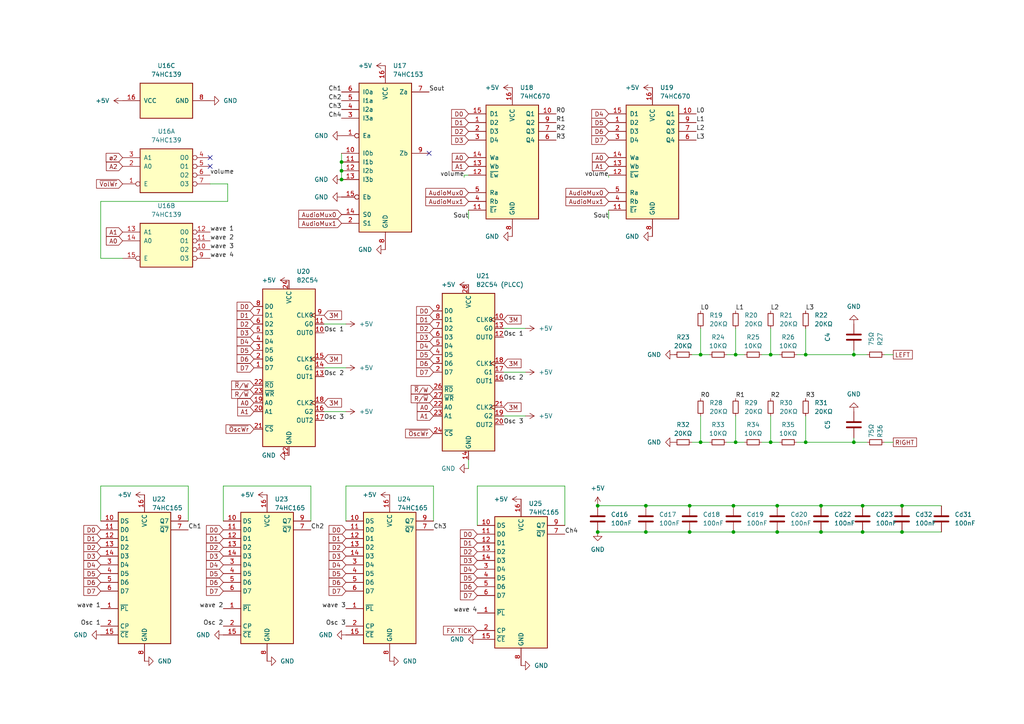
<source format=kicad_sch>
(kicad_sch (version 20231120) (generator "eeschema") (generator_version "8.0")
  (paper "A4")
  (title_block (title "Audio"))
  (lib_symbols
    (symbol "74xx:74HC165"
      (property "Reference" "U" (at -7.62 19.05 0))
      (property "Value" "74HC165" (at -7.62 -21.59 0))
      (symbol "74HC165_1_0"
        (pin input line (at -12.7 -10.16 0) (length 5.08) (name "~{PL}") (number "1"))
        (pin input line (at -12.7 15.24 0) (length 5.08) (name "DS") (number "10"))
        (pin input line (at -12.7 12.7 0) (length 5.08) (name "D0") (number "11"))
        (pin input line (at -12.7 10.16 0) (length 5.08) (name "D1") (number "12"))
        (pin input line (at -12.7 7.62 0) (length 5.08) (name "D2") (number "13"))
        (pin input line (at -12.7 5.08 0) (length 5.08) (name "D3") (number "14"))
        (pin input line (at -12.7 -17.78 0) (length 5.08) (name "~{CE}") (number "15"))
        (pin power_in line (at 0 22.86 270) (length 5.08) (name "VCC") (number "16"))
        (pin input line (at -12.7 -15.24 0) (length 5.08) (name "CP") (number "2"))
        (pin input line (at -12.7 2.54 0) (length 5.08) (name "D4") (number "3"))
        (pin input line (at -12.7 0 0) (length 5.08) (name "D5") (number "4"))
        (pin input line (at -12.7 -2.54 0) (length 5.08) (name "D6") (number "5"))
        (pin input line (at -12.7 -5.08 0) (length 5.08) (name "D7") (number "6"))
        (pin output line (at 12.7 12.7 180) (length 5.08) (name "~{Q7}") (number "7"))
        (pin power_in line (at 0 -25.4 90) (length 5.08) (name "GND") (number "8"))
        (pin output line (at 12.7 15.24 180) (length 5.08) (name "Q7") (number "9"))
      )
      (symbol "74HC165_1_1"
        (rectangle (start -7.62 17.78) (end 7.62 -20.32) (stroke (width 0.254)) (fill (type background)))
      )
    )
    (symbol "74xx:74LS139" (pin_names (offset 1.016))
      (property "Reference" "U" (at -7.62 8.89 0))
      (property "Value" "74LS139" (at -7.62 -8.89 0))
      (symbol "74LS139_1_0"
        (pin input inverted (at -12.7 -5.08 0) (length 5.08) (name "E") (number "1"))
        (pin input line (at -12.7 0 0) (length 5.08) (name "A0") (number "2"))
        (pin input line (at -12.7 2.54 0) (length 5.08) (name "A1") (number "3"))
        (pin output inverted (at 12.7 2.54 180) (length 5.08) (name "O0") (number "4"))
        (pin output inverted (at 12.7 0 180) (length 5.08) (name "O1") (number "5"))
        (pin output inverted (at 12.7 -2.54 180) (length 5.08) (name "O2") (number "6"))
        (pin output inverted (at 12.7 -5.08 180) (length 5.08) (name "O3") (number "7"))
      )
      (symbol "74LS139_1_1"
        (rectangle (start -7.62 5.08) (end 7.62 -7.62) (stroke (width 0.254)) (fill (type background)))
      )
      (symbol "74LS139_2_0"
        (pin output inverted (at 12.7 -2.54 180) (length 5.08) (name "O2") (number "10"))
        (pin output inverted (at 12.7 0 180) (length 5.08) (name "O1") (number "11"))
        (pin output inverted (at 12.7 2.54 180) (length 5.08) (name "O0") (number "12"))
        (pin input line (at -12.7 2.54 0) (length 5.08) (name "A1") (number "13"))
        (pin input line (at -12.7 0 0) (length 5.08) (name "A0") (number "14"))
        (pin input inverted (at -12.7 -5.08 0) (length 5.08) (name "E") (number "15"))
        (pin output inverted (at 12.7 -5.08 180) (length 5.08) (name "O3") (number "9"))
      )
      (symbol "74LS139_2_1"
        (rectangle (start -7.62 5.08) (end 7.62 -7.62) (stroke (width 0.254)) (fill (type background)))
      )
      (symbol "74LS139_3_0"
        (pin power_in line (at 0 12.7 270) (length 5.08) (name "VCC") (number "16"))
        (pin power_in line (at 0 -12.7 90) (length 5.08) (name "GND") (number "8"))
      )
      (symbol "74LS139_3_1"
        (rectangle (start -5.08 7.62) (end 5.08 -7.62) (stroke (width 0.254)) (fill (type background)))
      )
    )
    (symbol "74xx:74LS153" (pin_names (offset 1.016))
      (property "Reference" "U" (at -7.62 21.59 0))
      (property "Value" "74LS153" (at -7.62 -24.13 0))
      (symbol "74LS153_1_0"
        (pin input inverted (at -12.7 5.08 0) (length 5.08) (name "Ea") (number "1"))
        (pin input line (at -12.7 0 0) (length 5.08) (name "I0b") (number "10"))
        (pin input line (at -12.7 -2.54 0) (length 5.08) (name "I1b") (number "11"))
        (pin input line (at -12.7 -5.08 0) (length 5.08) (name "I2b") (number "12"))
        (pin input line (at -12.7 -7.62 0) (length 5.08) (name "I3b") (number "13"))
        (pin input line (at -12.7 -17.78 0) (length 5.08) (name "S0") (number "14"))
        (pin input inverted (at -12.7 -12.7 0) (length 5.08) (name "Eb") (number "15"))
        (pin power_in line (at 0 25.4 270) (length 5.08) (name "VCC") (number "16"))
        (pin input line (at -12.7 -20.32 0) (length 5.08) (name "S1") (number "2"))
        (pin input line (at -12.7 10.16 0) (length 5.08) (name "I3a") (number "3"))
        (pin input line (at -12.7 12.7 0) (length 5.08) (name "I2a") (number "4"))
        (pin input line (at -12.7 15.24 0) (length 5.08) (name "I1a") (number "5"))
        (pin input line (at -12.7 17.78 0) (length 5.08) (name "I0a") (number "6"))
        (pin output line (at 12.7 17.78 180) (length 5.08) (name "Za") (number "7"))
        (pin power_in line (at 0 -27.94 90) (length 5.08) (name "GND") (number "8"))
        (pin output line (at 12.7 0 180) (length 5.08) (name "Zb") (number "9"))
      )
      (symbol "74LS153_1_1"
        (rectangle (start -7.62 20.32) (end 7.62 -22.86) (stroke (width 0.254)) (fill (type background)))
      )
    )
    (symbol "74xx:74LS670" (pin_names (offset 1.016))
      (property "Reference" "U" (at -7.62 16.51 0))
      (property "Value" "74LS670" (at -7.62 -19.05 0))
      (symbol "74LS670_1_0"
        (pin input line (at -12.7 10.16 0) (length 5.08) (name "D2") (number "1"))
        (pin tri_state line (at 12.7 12.7 180) (length 5.08) (name "Q1") (number "10"))
        (pin input line (at -12.7 -15.24 0) (length 5.08) (name "~{Er}") (number "11"))
        (pin input line (at -12.7 -5.08 0) (length 5.08) (name "~{Ew}") (number "12"))
        (pin input line (at -12.7 -2.54 0) (length 5.08) (name "Wb") (number "13"))
        (pin input line (at -12.7 0 0) (length 5.08) (name "Wa") (number "14"))
        (pin input line (at -12.7 12.7 0) (length 5.08) (name "D1") (number "15"))
        (pin power_in line (at 0 20.32 270) (length 5.08) (name "VCC") (number "16"))
        (pin input line (at -12.7 7.62 0) (length 5.08) (name "D3") (number "2"))
        (pin input line (at -12.7 5.08 0) (length 5.08) (name "D4") (number "3"))
        (pin input line (at -12.7 -12.7 0) (length 5.08) (name "Rb") (number "4"))
        (pin input line (at -12.7 -10.16 0) (length 5.08) (name "Ra") (number "5"))
        (pin tri_state line (at 12.7 5.08 180) (length 5.08) (name "Q4") (number "6"))
        (pin tri_state line (at 12.7 7.62 180) (length 5.08) (name "Q3") (number "7"))
        (pin power_in line (at 0 -22.86 90) (length 5.08) (name "GND") (number "8"))
        (pin tri_state line (at 12.7 10.16 180) (length 5.08) (name "Q2") (number "9"))
      )
      (symbol "74LS670_1_1"
        (rectangle (start -7.62 15.24) (end 7.62 -17.78) (stroke (width 0.254)) (fill (type background)))
      )
    )
    (symbol "Device:C" (pin_numbers hide) (pin_names (offset 0.254))
      (property "Reference" "C" (at 0.635 2.54 0))
      (property "Value" "C" (at 0.635 -2.54 0))
      (symbol "C_0_1"
        (polyline (pts (xy -2.032 -0.762) (xy 2.032 -0.762)) (stroke (width 0.508)))
        (polyline (pts (xy -2.032 0.762) (xy 2.032 0.762)) (stroke (width 0.508)))
      )
      (symbol "C_1_1"
        (pin passive line (at 0 3.81 270) (length 2.794) (name "~") (number "1"))
        (pin passive line (at 0 -3.81 90) (length 2.794) (name "~") (number "2"))
      )
    )
    (symbol "Device:R_Small" (pin_numbers hide) (pin_names (offset 0.254) hide)
      (property "Reference" "R" (at 0.762 0.508 0))
      (property "Value" "R_Small" (at 0.762 -1.016 0))
      (symbol "R_Small_0_1"
        (rectangle (start -0.762 1.778) (end 0.762 -1.778) (stroke (width 0.2032)))
      )
      (symbol "R_Small_1_1"
        (pin passive line (at 0 2.54 270) (length 0.762) (name "~") (number "1"))
        (pin passive line (at 0 -2.54 90) (length 0.762) (name "~") (number "2"))
      )
    )
    (symbol "Timer:82C54"
      (property "Reference" "U" (at -5.08 24.13 0))
      (property "Value" "82C54" (at 2.54 24.13 0))
      (symbol "82C54_0_1"
        (rectangle (start -7.62 -22.86) (end 7.62 22.86) (stroke (width 0.254)) (fill (type background)))
      )
      (symbol "82C54_1_1"
        (pin bidirectional line (at -10.16 0 0) (length 2.54) (name "D7") (number "1"))
        (pin output line (at 10.16 10.16 180) (length 2.54) (name "OUT0") (number "10"))
        (pin input line (at 10.16 12.7 180) (length 2.54) (name "G0") (number "11"))
        (pin power_in line (at 0 -25.4 90) (length 2.54) (name "GND") (number "12"))
        (pin output line (at 10.16 -2.54 180) (length 2.54) (name "OUT1") (number "13"))
        (pin input line (at 10.16 0 180) (length 2.54) (name "G1") (number "14"))
        (pin input clock (at 10.16 2.54 180) (length 2.54) (name "CLK1") (number "15"))
        (pin input line (at 10.16 -12.7 180) (length 2.54) (name "G2") (number "16"))
        (pin output line (at 10.16 -15.24 180) (length 2.54) (name "OUT2") (number "17"))
        (pin input clock (at 10.16 -10.16 180) (length 2.54) (name "CLK2") (number "18"))
        (pin input line (at -10.16 -10.16 0) (length 2.54) (name "A0") (number "19"))
        (pin bidirectional line (at -10.16 2.54 0) (length 2.54) (name "D6") (number "2"))
        (pin input line (at -10.16 -12.7 0) (length 2.54) (name "A1") (number "20"))
        (pin input line (at -10.16 -17.78 0) (length 2.54) (name "~{CS}") (number "21"))
        (pin input line (at -10.16 -5.08 0) (length 2.54) (name "~{RD}") (number "22"))
        (pin input line (at -10.16 -7.62 0) (length 2.54) (name "~{WR}") (number "23"))
        (pin power_in line (at 0 25.4 270) (length 2.54) (name "VCC") (number "24"))
        (pin bidirectional line (at -10.16 5.08 0) (length 2.54) (name "D5") (number "3"))
        (pin bidirectional line (at -10.16 7.62 0) (length 2.54) (name "D4") (number "4"))
        (pin bidirectional line (at -10.16 10.16 0) (length 2.54) (name "D3") (number "5"))
        (pin bidirectional line (at -10.16 12.7 0) (length 2.54) (name "D2") (number "6"))
        (pin bidirectional line (at -10.16 15.24 0) (length 2.54) (name "D1") (number "7"))
        (pin bidirectional line (at -10.16 17.78 0) (length 2.54) (name "D0") (number "8"))
        (pin input clock (at 10.16 15.24 180) (length 2.54) (name "CLK0") (number "9"))
      )
    )
    (symbol "Timer:82C54_PLCC"
      (property "Reference" "U" (at -3.81 24.13 0))
      (property "Value" "82C54_PLCC" (at 2.54 24.13 0))
      (symbol "82C54_PLCC_0_1"
        (rectangle (start -7.62 -22.86) (end 7.62 22.86) (stroke (width 0.254)) (fill (type background)))
      )
      (symbol "82C54_PLCC_1_1"
        (pin no_connect line (at -5.08 -22.86 90) (length 2.54) hide (name "NC") (number "1"))
        (pin input clock (at 10.16 15.24 180) (length 2.54) (name "CLK0") (number "10"))
        (pin no_connect line (at -2.54 -22.86 90) (length 2.54) hide (name "NC") (number "11"))
        (pin output line (at 10.16 10.16 180) (length 2.54) (name "OUT0") (number "12"))
        (pin input line (at 10.16 12.7 180) (length 2.54) (name "G0") (number "13"))
        (pin power_in line (at 0 -25.4 90) (length 2.54) (name "GND") (number "14"))
        (pin no_connect line (at 2.54 -22.86 90) (length 2.54) hide (name "NC") (number "15"))
        (pin output line (at 10.16 -2.54 180) (length 2.54) (name "OUT1") (number "16"))
        (pin input line (at 10.16 0 180) (length 2.54) (name "G1") (number "17"))
        (pin input clock (at 10.16 2.54 180) (length 2.54) (name "CLK1") (number "18"))
        (pin input line (at 10.16 -12.7 180) (length 2.54) (name "G2") (number "19"))
        (pin bidirectional line (at -10.16 0 0) (length 2.54) (name "D7") (number "2"))
        (pin output line (at 10.16 -15.24 180) (length 2.54) (name "OUT2") (number "20"))
        (pin input clock (at 10.16 -10.16 180) (length 2.54) (name "CLK2") (number "21"))
        (pin input line (at -10.16 -10.16 0) (length 2.54) (name "A0") (number "22"))
        (pin input line (at -10.16 -12.7 0) (length 2.54) (name "A1") (number "23"))
        (pin input line (at -10.16 -17.78 0) (length 2.54) (name "~{CS}") (number "24"))
        (pin no_connect line (at 5.08 -22.86 90) (length 2.54) hide (name "NC") (number "25"))
        (pin input line (at -10.16 -5.08 0) (length 2.54) (name "~{RD}") (number "26"))
        (pin input line (at -10.16 -7.62 0) (length 2.54) (name "~{WR}") (number "27"))
        (pin power_in line (at 0 25.4 270) (length 2.54) (name "VCC") (number "28"))
        (pin bidirectional line (at -10.16 2.54 0) (length 2.54) (name "D6") (number "3"))
        (pin bidirectional line (at -10.16 5.08 0) (length 2.54) (name "D5") (number "4"))
        (pin bidirectional line (at -10.16 7.62 0) (length 2.54) (name "D4") (number "5"))
        (pin bidirectional line (at -10.16 10.16 0) (length 2.54) (name "D3") (number "6"))
        (pin bidirectional line (at -10.16 12.7 0) (length 2.54) (name "D2") (number "7"))
        (pin bidirectional line (at -10.16 15.24 0) (length 2.54) (name "D1") (number "8"))
        (pin bidirectional line (at -10.16 17.78 0) (length 2.54) (name "D0") (number "9"))
      )
    )
    (symbol "power:+5V" (power) (pin_names (offset 0))
      (property "Value" "+5V" (at 0 3.556 0))
      (symbol "+5V_0_1"
        (polyline (pts (xy -0.762 1.27) (xy 0 2.54)))
        (polyline (pts (xy 0 0) (xy 0 2.54)))
        (polyline (pts (xy 0 2.54) (xy 0.762 1.27)))
      )
      (symbol "+5V_1_1"
        (pin power_in line (at 0 0 90) (length 0) hide (name "+5V") (number "1"))
      )
    )
    (symbol "power:GND" (power) (pin_names (offset 0))
      (property "Value" "GND" (at 0 -3.81 0))
      (symbol "GND_0_1"
        (polyline (pts (xy 0 0) (xy 0 -1.27) (xy 1.27 -1.27) (xy 0 -2.54) (xy -1.27 -1.27) (xy 0 -1.27)))
      )
      (symbol "GND_1_1"
        (pin power_in line (at 0 0 270) (length 0) hide (name "GND") (number "1"))
      )
    )
  )
  (junction (at 250.19 154.305))
  (junction (at 225.425 154.305))
  (junction (at 233.68 128.27))
  (junction (at 225.425 146.685))
  (junction (at 173.355 146.685))
  (junction (at 247.65 128.27))
  (junction (at 212.725 146.685))
  (junction (at 187.325 146.685))
  (junction (at 203.2 128.27))
  (junction (at 213.36 128.27))
  (junction (at 223.52 102.87))
  (junction (at 261.62 146.685))
  (junction (at 200.025 146.685))
  (junction (at 213.36 102.87))
  (junction (at 200.025 154.305))
  (junction (at 173.355 154.305))
  (junction (at 203.2 102.87))
  (junction (at 99.06 49.53))
  (junction (at 238.125 146.685))
  (junction (at 247.65 102.87))
  (junction (at 99.06 52.07))
  (junction (at 223.52 128.27))
  (junction (at 99.06 46.99))
  (junction (at 250.19 146.685))
  (junction (at 238.125 154.305))
  (junction (at 233.68 102.87))
  (junction (at 187.325 154.305))
  (junction (at 212.725 154.305))
  (junction (at 261.62 154.305))
  (no_connect (at 60.96 48.26))
  (no_connect (at 124.46 44.45))
  (no_connect (at 60.96 45.72))
  (wire (pts (xy 220.98 102.87) (xy 223.52 102.87)))
  (wire (pts (xy 152.4 95.25) (xy 146.05 95.25)))
  (wire (pts (xy 203.2 120.65) (xy 203.2 128.27)))
  (wire (pts (xy 173.355 146.685) (xy 187.325 146.685)))
  (wire (pts (xy 100.33 140.97) (xy 100.33 151.13)))
  (wire (pts (xy 233.68 102.87) (xy 247.65 102.87)))
  (wire (pts (xy 238.125 146.685) (xy 250.19 146.685)))
  (wire (pts (xy 200.66 102.87) (xy 203.2 102.87)))
  (wire (pts (xy 247.65 128.27) (xy 247.65 127)))
  (wire (pts (xy 210.82 102.87) (xy 213.36 102.87)))
  (wire (pts (xy 231.14 128.27) (xy 233.68 128.27)))
  (wire (pts (xy 187.325 154.305) (xy 200.025 154.305)))
  (wire (pts (xy 256.54 128.27) (xy 259.08 128.27)))
  (wire (pts (xy 250.19 154.305) (xy 261.62 154.305)))
  (wire (pts (xy 238.125 154.305) (xy 250.19 154.305)))
  (wire (pts (xy 251.46 128.27) (xy 247.65 128.27)))
  (wire (pts (xy 176.53 51.435) (xy 176.53 50.8)))
  (wire (pts (xy 251.46 102.87) (xy 247.65 102.87)))
  (wire (pts (xy 100.33 93.98) (xy 93.98 93.98)))
  (wire (pts (xy 135.89 63.5) (xy 135.89 60.96)))
  (wire (pts (xy 29.21 140.97) (xy 29.21 151.13)))
  (wire (pts (xy 134.62 50.8) (xy 135.89 50.8)))
  (wire (pts (xy 247.65 102.87) (xy 247.65 101.6)))
  (wire (pts (xy 213.36 128.27) (xy 215.9 128.27)))
  (wire (pts (xy 187.325 146.685) (xy 200.025 146.685)))
  (wire (pts (xy 200.025 146.685) (xy 212.725 146.685)))
  (wire (pts (xy 173.355 154.305) (xy 187.325 154.305)))
  (wire (pts (xy 64.77 140.97) (xy 64.77 151.13)))
  (wire (pts (xy 200.025 154.305) (xy 212.725 154.305)))
  (wire (pts (xy 212.725 154.305) (xy 225.425 154.305)))
  (wire (pts (xy 90.17 151.13) (xy 90.17 140.97)))
  (wire (pts (xy 29.21 74.93) (xy 29.21 58.42)))
  (wire (pts (xy 210.82 128.27) (xy 213.36 128.27)))
  (wire (pts (xy 176.53 63.5) (xy 176.53 60.96)))
  (wire (pts (xy 66.04 53.34) (xy 60.96 53.34)))
  (wire (pts (xy 99.06 44.45) (xy 99.06 46.99)))
  (wire (pts (xy 233.68 128.27) (xy 247.65 128.27)))
  (wire (pts (xy 231.14 102.87) (xy 233.68 102.87)))
  (wire (pts (xy 223.52 95.25) (xy 223.52 102.87)))
  (wire (pts (xy 54.61 151.13) (xy 54.61 140.97)))
  (wire (pts (xy 135.89 135.89) (xy 135.89 133.35)))
  (wire (pts (xy 90.17 140.97) (xy 64.77 140.97)))
  (wire (pts (xy 203.2 102.87) (xy 205.74 102.87)))
  (wire (pts (xy 99.06 49.53) (xy 99.06 52.07)))
  (wire (pts (xy 225.425 154.305) (xy 238.125 154.305)))
  (wire (pts (xy 100.33 106.68) (xy 93.98 106.68)))
  (wire (pts (xy 66.04 58.42) (xy 66.04 53.34)))
  (wire (pts (xy 261.62 146.685) (xy 273.05 146.685)))
  (wire (pts (xy 213.36 120.65) (xy 213.36 128.27)))
  (wire (pts (xy 203.2 95.25) (xy 203.2 102.87)))
  (wire (pts (xy 220.98 128.27) (xy 223.52 128.27)))
  (wire (pts (xy 138.43 140.97) (xy 138.43 152.4)))
  (wire (pts (xy 223.52 102.87) (xy 226.06 102.87)))
  (wire (pts (xy 223.52 128.27) (xy 226.06 128.27)))
  (wire (pts (xy 134.62 51.435) (xy 134.62 50.8)))
  (wire (pts (xy 203.2 128.27) (xy 205.74 128.27)))
  (wire (pts (xy 125.73 151.13) (xy 125.73 140.97)))
  (wire (pts (xy 256.54 102.87) (xy 259.08 102.87)))
  (wire (pts (xy 250.19 146.685) (xy 261.62 146.685)))
  (wire (pts (xy 29.21 58.42) (xy 66.04 58.42)))
  (wire (pts (xy 225.425 146.685) (xy 238.125 146.685)))
  (wire (pts (xy 163.83 152.4) (xy 163.83 140.97)))
  (wire (pts (xy 213.36 102.87) (xy 215.9 102.87)))
  (wire (pts (xy 163.83 140.97) (xy 138.43 140.97)))
  (wire (pts (xy 233.68 120.65) (xy 233.68 128.27)))
  (wire (pts (xy 200.66 128.27) (xy 203.2 128.27)))
  (wire (pts (xy 100.33 119.38) (xy 93.98 119.38)))
  (wire (pts (xy 233.68 95.25) (xy 233.68 102.87)))
  (wire (pts (xy 213.36 95.25) (xy 213.36 102.87)))
  (wire (pts (xy 223.52 120.65) (xy 223.52 128.27)))
  (wire (pts (xy 261.62 154.305) (xy 273.05 154.305)))
  (wire (pts (xy 212.725 146.685) (xy 225.425 146.685)))
  (wire (pts (xy 152.4 120.65) (xy 146.05 120.65)))
  (wire (pts (xy 99.06 46.99) (xy 99.06 49.53)))
  (wire (pts (xy 54.61 140.97) (xy 29.21 140.97)))
  (wire (pts (xy 125.73 140.97) (xy 100.33 140.97)))
  (wire (pts (xy 152.4 107.95) (xy 146.05 107.95)))
  (wire (pts (xy 35.56 74.93) (xy 29.21 74.93)))
  (label "Osc 2" (at 93.98 109.22 0))
  (label "R2" (at 161.29 38.1 0))
  (label "Sout" (at 135.89 63.5 180))
  (label "Osc 3" (at 93.98 121.92 0))
  (label "L3" (at 233.68 90.17 0))
  (label "Osc 1" (at 29.21 181.61 180))
  (label "Ch1" (at 99.06 26.67 180))
  (label "Ch4" (at 163.83 154.94 0))
  (label "Sout" (at 176.53 63.5 180))
  (label "R3" (at 233.68 115.57 0))
  (label "Osc 2" (at 146.05 110.49 0))
  (label "wave 1" (at 60.96 67.31 0))
  (label "Sout" (at 124.46 26.67 0))
  (label "Osc 2" (at 64.77 181.61 180))
  (label "L3" (at 201.93 40.64 0))
  (label "wave 1" (at 29.21 176.53 180))
  (label "wave 3" (at 60.96 72.39 0))
  (label "wave 2" (at 60.96 69.85 0))
  (label "wave 3" (at 100.33 176.53 180))
  (label "R3" (at 161.29 40.64 0))
  (label "L2" (at 201.93 38.1 0))
  (label "wave 4" (at 60.96 74.93 0))
  (label "Osc 1" (at 93.98 96.52 0))
  (label "Ch2" (at 99.06 29.21 180))
  (label "Osc 1" (at 146.05 97.79 0))
  (label "volume" (at 60.96 50.8 0))
  (label "Ch2" (at 90.17 153.67 0))
  (label "L1" (at 213.36 90.17 0))
  (label "R1" (at 213.36 115.57 0))
  (label "R1" (at 161.29 35.56 0))
  (label "R0" (at 203.2 115.57 0))
  (label "R0" (at 161.29 33.02 0))
  (label "Ch4" (at 99.06 34.29 180))
  (label "wave 4" (at 138.43 177.8 180))
  (label "wave 2" (at 64.77 176.53 180))
  (label "Ch3" (at 125.73 153.67 0))
  (label "Ch3" (at 99.06 31.75 180))
  (label "volume" (at 176.53 51.435 180))
  (label "Osc 3" (at 100.33 181.61 180))
  (label "Ch1" (at 54.61 153.67 0))
  (label "Osc 3" (at 146.05 123.19 0))
  (label "L2" (at 223.52 90.17 0))
  (label "L0" (at 201.93 33.02 0))
  (label "L1" (at 201.93 35.56 0))
  (label "L0" (at 203.2 90.17 0))
  (label "R2" (at 223.52 115.57 0))
  (label "volume" (at 134.62 51.435 180))
  (global_label "D3" (shape input) (at 64.77 161.29 180) (property "Intersheetrefs" "${INTERSHEET_REFS}" (effects (hide yes))))
  (global_label "D4" (shape input) (at 125.73 100.33 180) (property "Intersheetrefs" "${INTERSHEET_REFS}" (effects (hide yes))))
  (global_label "R{slash}~{W}" (shape input) (at 73.66 114.3 180) (property "Intersheetrefs" "${INTERSHEET_REFS}" (effects (hide yes))))
  (global_label "A0" (shape input) (at 125.73 118.11 180) (property "Intersheetrefs" "${INTERSHEET_REFS}" (effects (hide yes))))
  (global_label "D7" (shape input) (at 29.21 171.45 180) (property "Intersheetrefs" "${INTERSHEET_REFS}" (effects (hide yes))))
  (global_label "D6" (shape input) (at 125.73 105.41 180) (property "Intersheetrefs" "${INTERSHEET_REFS}" (effects (hide yes))))
  (global_label "D4" (shape input) (at 138.43 165.1 180) (property "Intersheetrefs" "${INTERSHEET_REFS}" (effects (hide yes))))
  (global_label "D3" (shape input) (at 125.73 97.79 180) (property "Intersheetrefs" "${INTERSHEET_REFS}" (effects (hide yes))))
  (global_label "D4" (shape input) (at 29.21 163.83 180) (property "Intersheetrefs" "${INTERSHEET_REFS}" (effects (hide yes))))
  (global_label "D0" (shape input) (at 135.89 33.02 180) (property "Intersheetrefs" "${INTERSHEET_REFS}" (effects (hide yes))))
  (global_label "LEFT" (shape passive) (at 259.08 102.87 0) (property "Intersheetrefs" "${INTERSHEET_REFS}" (effects (hide yes))))
  (global_label "A2" (shape input) (at 35.56 48.26 180) (property "Intersheetrefs" "${INTERSHEET_REFS}" (effects (hide yes))))
  (global_label "D5" (shape input) (at 100.33 166.37 180) (property "Intersheetrefs" "${INTERSHEET_REFS}" (effects (hide yes))))
  (global_label "D7" (shape input) (at 64.77 171.45 180) (property "Intersheetrefs" "${INTERSHEET_REFS}" (effects (hide yes))))
  (global_label "AudioMux0" (shape input) (at 176.53 55.88 180) (property "Intersheetrefs" "${INTERSHEET_REFS}" (effects (hide yes))))
  (global_label "D1" (shape input) (at 135.89 35.56 180) (property "Intersheetrefs" "${INTERSHEET_REFS}" (effects (hide yes))))
  (global_label "D6" (shape input) (at 100.33 168.91 180) (property "Intersheetrefs" "${INTERSHEET_REFS}" (effects (hide yes))))
  (global_label "D2" (shape input) (at 29.21 158.75 180) (property "Intersheetrefs" "${INTERSHEET_REFS}" (effects (hide yes))))
  (global_label "A0" (shape input) (at 73.66 116.84 180) (property "Intersheetrefs" "${INTERSHEET_REFS}" (effects (hide yes))))
  (global_label "D7" (shape input) (at 176.53 40.64 180) (property "Intersheetrefs" "${INTERSHEET_REFS}" (effects (hide yes))))
  (global_label "D5" (shape input) (at 176.53 35.56 180) (property "Intersheetrefs" "${INTERSHEET_REFS}" (effects (hide yes))))
  (global_label "D3" (shape input) (at 73.66 96.52 180) (property "Intersheetrefs" "${INTERSHEET_REFS}" (effects (hide yes))))
  (global_label "A1" (shape input) (at 176.53 48.26 180) (property "Intersheetrefs" "${INTERSHEET_REFS}" (effects (hide yes))))
  (global_label "D1" (shape input) (at 73.66 91.44 180) (property "Intersheetrefs" "${INTERSHEET_REFS}" (effects (hide yes))))
  (global_label "D3" (shape input) (at 138.43 162.56 180) (property "Intersheetrefs" "${INTERSHEET_REFS}" (effects (hide yes))))
  (global_label "AudioMux0" (shape input) (at 99.06 62.23 180) (property "Intersheetrefs" "${INTERSHEET_REFS}" (effects (hide yes))))
  (global_label "A0" (shape input) (at 135.89 45.72 180) (property "Intersheetrefs" "${INTERSHEET_REFS}" (effects (hide yes))))
  (global_label "~{OscWr}" (shape input) (at 73.66 124.46 180) (property "Intersheetrefs" "${INTERSHEET_REFS}" (effects (hide yes))))
  (global_label "D7" (shape input) (at 138.43 172.72 180) (property "Intersheetrefs" "${INTERSHEET_REFS}" (effects (hide yes))))
  (global_label "D6" (shape input) (at 176.53 38.1 180) (property "Intersheetrefs" "${INTERSHEET_REFS}" (effects (hide yes))))
  (global_label "AudioMux1" (shape input) (at 135.89 58.42 180) (property "Intersheetrefs" "${INTERSHEET_REFS}" (effects (hide yes))))
  (global_label "D4" (shape input) (at 176.53 33.02 180) (property "Intersheetrefs" "${INTERSHEET_REFS}" (effects (hide yes))))
  (global_label "D6" (shape input) (at 138.43 170.18 180) (property "Intersheetrefs" "${INTERSHEET_REFS}" (effects (hide yes))))
  (global_label "3M" (shape input) (at 146.05 118.11 0) (property "Intersheetrefs" "${INTERSHEET_REFS}" (effects (hide yes))))
  (global_label "D0" (shape input) (at 29.21 153.67 180) (property "Intersheetrefs" "${INTERSHEET_REFS}" (effects (hide yes))))
  (global_label "D5" (shape input) (at 73.66 101.6 180) (property "Intersheetrefs" "${INTERSHEET_REFS}" (effects (hide yes))))
  (global_label "A1" (shape input) (at 125.73 120.65 180) (property "Intersheetrefs" "${INTERSHEET_REFS}" (effects (hide yes))))
  (global_label "3M" (shape input) (at 146.05 105.41 0) (property "Intersheetrefs" "${INTERSHEET_REFS}" (effects (hide yes))))
  (global_label "D1" (shape input) (at 29.21 156.21 180) (property "Intersheetrefs" "${INTERSHEET_REFS}" (effects (hide yes))))
  (global_label "D2" (shape input) (at 125.73 95.25 180) (property "Intersheetrefs" "${INTERSHEET_REFS}" (effects (hide yes))))
  (global_label "A1" (shape input) (at 35.56 67.31 180) (property "Intersheetrefs" "${INTERSHEET_REFS}" (effects (hide yes))))
  (global_label "D2" (shape input) (at 64.77 158.75 180) (property "Intersheetrefs" "${INTERSHEET_REFS}" (effects (hide yes))))
  (global_label "~{VolWr}" (shape input) (at 35.56 53.34 180) (property "Intersheetrefs" "${INTERSHEET_REFS}" (effects (hide yes))))
  (global_label "3M" (shape input) (at 93.98 104.14 0) (property "Intersheetrefs" "${INTERSHEET_REFS}" (effects (hide yes))))
  (global_label "D1" (shape input) (at 125.73 92.71 180) (property "Intersheetrefs" "${INTERSHEET_REFS}" (effects (hide yes))))
  (global_label "R{slash}~{W}" (shape input) (at 125.73 115.57 180) (property "Intersheetrefs" "${INTERSHEET_REFS}" (effects (hide yes))))
  (global_label "D6" (shape input) (at 64.77 168.91 180) (property "Intersheetrefs" "${INTERSHEET_REFS}" (effects (hide yes))))
  (global_label "D3" (shape input) (at 29.21 161.29 180) (property "Intersheetrefs" "${INTERSHEET_REFS}" (effects (hide yes))))
  (global_label "RIGHT" (shape passive) (at 259.08 128.27 0) (property "Intersheetrefs" "${INTERSHEET_REFS}" (effects (hide yes))))
  (global_label "D0" (shape input) (at 138.43 154.94 180) (property "Intersheetrefs" "${INTERSHEET_REFS}" (effects (hide yes))))
  (global_label "AudioMux1" (shape input) (at 176.53 58.42 180) (property "Intersheetrefs" "${INTERSHEET_REFS}" (effects (hide yes))))
  (global_label "D7" (shape input) (at 73.66 106.68 180) (property "Intersheetrefs" "${INTERSHEET_REFS}" (effects (hide yes))))
  (global_label "D2" (shape input) (at 138.43 160.02 180) (property "Intersheetrefs" "${INTERSHEET_REFS}" (effects (hide yes))))
  (global_label "D3" (shape input) (at 135.89 40.64 180) (property "Intersheetrefs" "${INTERSHEET_REFS}" (effects (hide yes))))
  (global_label "D0" (shape input) (at 64.77 153.67 180) (property "Intersheetrefs" "${INTERSHEET_REFS}" (effects (hide yes))))
  (global_label "D6" (shape input) (at 73.66 104.14 180) (property "Intersheetrefs" "${INTERSHEET_REFS}" (effects (hide yes))))
  (global_label "3M" (shape input) (at 93.98 116.84 0) (property "Intersheetrefs" "${INTERSHEET_REFS}" (effects (hide yes))))
  (global_label "D4" (shape input) (at 100.33 163.83 180) (property "Intersheetrefs" "${INTERSHEET_REFS}" (effects (hide yes))))
  (global_label "A1" (shape input) (at 135.89 48.26 180) (property "Intersheetrefs" "${INTERSHEET_REFS}" (effects (hide yes))))
  (global_label "~{R}{slash}W" (shape input) (at 73.66 111.76 180) (property "Intersheetrefs" "${INTERSHEET_REFS}" (effects (hide yes))))
  (global_label "D0" (shape input) (at 125.73 90.17 180) (property "Intersheetrefs" "${INTERSHEET_REFS}" (effects (hide yes))))
  (global_label "AudioMux0" (shape input) (at 135.89 55.88 180) (property "Intersheetrefs" "${INTERSHEET_REFS}" (effects (hide yes))))
  (global_label "D2" (shape input) (at 135.89 38.1 180) (property "Intersheetrefs" "${INTERSHEET_REFS}" (effects (hide yes))))
  (global_label "D6" (shape input) (at 29.21 168.91 180) (property "Intersheetrefs" "${INTERSHEET_REFS}" (effects (hide yes))))
  (global_label "D1" (shape input) (at 100.33 156.21 180) (property "Intersheetrefs" "${INTERSHEET_REFS}" (effects (hide yes))))
  (global_label "D5" (shape input) (at 125.73 102.87 180) (property "Intersheetrefs" "${INTERSHEET_REFS}" (effects (hide yes))))
  (global_label "FX TICK" (shape input) (at 138.43 182.88 180) (property "Intersheetrefs" "${INTERSHEET_REFS}" (effects (hide yes))))
  (global_label "D4" (shape input) (at 73.66 99.06 180) (property "Intersheetrefs" "${INTERSHEET_REFS}" (effects (hide yes))))
  (global_label "3M" (shape input) (at 93.98 91.44 0) (property "Intersheetrefs" "${INTERSHEET_REFS}" (effects (hide yes))))
  (global_label "D4" (shape input) (at 64.77 163.83 180) (property "Intersheetrefs" "${INTERSHEET_REFS}" (effects (hide yes))))
  (global_label "~{OscWr}" (shape input) (at 125.73 125.73 180) (property "Intersheetrefs" "${INTERSHEET_REFS}" (effects (hide yes))))
  (global_label "D2" (shape input) (at 100.33 158.75 180) (property "Intersheetrefs" "${INTERSHEET_REFS}" (effects (hide yes))))
  (global_label "D5" (shape input) (at 29.21 166.37 180) (property "Intersheetrefs" "${INTERSHEET_REFS}" (effects (hide yes))))
  (global_label "A0" (shape input) (at 176.53 45.72 180) (property "Intersheetrefs" "${INTERSHEET_REFS}" (effects (hide yes))))
  (global_label "D3" (shape input) (at 100.33 161.29 180) (property "Intersheetrefs" "${INTERSHEET_REFS}" (effects (hide yes))))
  (global_label "D7" (shape input) (at 100.33 171.45 180) (property "Intersheetrefs" "${INTERSHEET_REFS}" (effects (hide yes))))
  (global_label "D1" (shape input) (at 64.77 156.21 180) (property "Intersheetrefs" "${INTERSHEET_REFS}" (effects (hide yes))))
  (global_label "D0" (shape input) (at 100.33 153.67 180) (property "Intersheetrefs" "${INTERSHEET_REFS}" (effects (hide yes))))
  (global_label "~{R}{slash}W" (shape input) (at 125.73 113.03 180) (property "Intersheetrefs" "${INTERSHEET_REFS}" (effects (hide yes))))
  (global_label "D5" (shape input) (at 138.43 167.64 180) (property "Intersheetrefs" "${INTERSHEET_REFS}" (effects (hide yes))))
  (global_label "D0" (shape input) (at 73.66 88.9 180) (property "Intersheetrefs" "${INTERSHEET_REFS}" (effects (hide yes))))
  (global_label "AudioMux1" (shape input) (at 99.06 64.77 180) (property "Intersheetrefs" "${INTERSHEET_REFS}" (effects (hide yes))))
  (global_label "A1" (shape input) (at 73.66 119.38 180) (property "Intersheetrefs" "${INTERSHEET_REFS}" (effects (hide yes))))
  (global_label "3M" (shape input) (at 146.05 92.71 0) (property "Intersheetrefs" "${INTERSHEET_REFS}" (effects (hide yes))))
  (global_label "D1" (shape input) (at 138.43 157.48 180) (property "Intersheetrefs" "${INTERSHEET_REFS}" (effects (hide yes))))
  (global_label "ø2" (shape input) (at 35.56 45.72 180) (property "Intersheetrefs" "${INTERSHEET_REFS}" (effects (hide yes))))
  (global_label "A0" (shape input) (at 35.56 69.85 180) (property "Intersheetrefs" "${INTERSHEET_REFS}" (effects (hide yes))))
  (global_label "D7" (shape input) (at 125.73 107.95 180) (property "Intersheetrefs" "${INTERSHEET_REFS}" (effects (hide yes))))
  (global_label "D2" (shape input) (at 73.66 93.98 180) (property "Intersheetrefs" "${INTERSHEET_REFS}" (effects (hide yes))))
  (global_label "D5" (shape input) (at 64.77 166.37 180) (property "Intersheetrefs" "${INTERSHEET_REFS}" (effects (hide yes))))
  (symbol (lib_id "Device:R_Small") (at 254 128.27 270) (mirror x) (unit 1)
    (property "Reference" "R36" (at 255.27 127 0) (effects (justify left)))
    (property "Value" "75Ω" (at 252.73 127 0) (effects (justify left)))
    (property "Footprint" "SMAL:RESISTOR VERT_WIDE" (effects (hide yes)))
  )
  (symbol (lib_id "power:+5V") (at 35.56 29.21 90) (unit 1)
    (property "Reference" "#PWR076" (effects (hide yes)))
    (property "Value" "+5V" (at 31.75 29.21 90) (effects (justify left)))
  )
  (symbol (lib_id "74xx:74HC165") (at 41.91 166.37 0) (unit 1)
    (property "Reference" "U22" (at 44.1041 144.78 0) (effects (justify left)))
    (property "Value" "74HC165" (at 44.1041 147.32 0) (effects (justify left)))
    (property "Footprint" "PCM_Package_DIP_AKL:DIP-16_W7.62mm_Socket_LongPads" (effects (hide yes)))
    (property "Datasheet" "https://assets.nexperia.com/documents/data-sheet/74HC_HCT165.pdf" (effects (hide yes)))
  )
  (symbol (lib_id "power:+5V") (at 111.76 19.05 90) (unit 1)
    (property "Reference" "#PWR073" (effects (hide yes)))
    (property "Value" "+5V" (at 107.95 19.05 90) (effects (justify left)))
  )
  (symbol (lib_id "power:GND") (at 138.43 185.42 270) (unit 1)
    (property "Reference" "#PWR0107" (effects (hide yes)))
    (property "Value" "GND" (at 134.62 185.42 90) (effects (justify right)))
  )
  (symbol (lib_id "Device:R_Small") (at 198.12 102.87 90) (unit 1)
    (property "Reference" "R23" (at 198.12 97.79 90))
    (property "Value" "20KΩ" (at 198.12 100.33 90))
    (property "Footprint" "SMAL:RESISTOR VERT_WIDE" (effects (hide yes)))
  )
  (symbol (lib_id "power:+5V") (at 41.91 143.51 90) (unit 1)
    (property "Reference" "#PWR098" (effects (hide yes)))
    (property "Value" "+5V" (at 38.1 143.51 90) (effects (justify left)))
  )
  (symbol (lib_id "Device:R_Small") (at 203.2 92.71 180) (unit 1)
    (property "Reference" "R19" (at 205.74 91.44 0) (effects (justify right)))
    (property "Value" "20KΩ" (at 205.74 93.98 0) (effects (justify right)))
    (property "Footprint" "SMAL:RESISTOR VERT_WIDE" (effects (hide yes)))
  )
  (symbol (lib_id "power:GND") (at 113.03 191.77 90) (unit 1)
    (property "Reference" "#PWR0110" (effects (hide yes)))
    (property "Value" "GND" (at 116.84 191.77 90) (effects (justify right)))
  )
  (symbol (lib_id "power:GND") (at 99.06 52.07 270) (unit 1)
    (property "Reference" "#PWR079" (effects (hide yes)))
    (property "Value" "GND" (at 95.25 52.07 90) (effects (justify right)))
  )
  (symbol (lib_id "power:GND") (at 247.65 93.98 180) (unit 1)
    (property "Reference" "#PWR087" (effects (hide yes)))
    (property "Value" "GND" (at 247.65 88.9 0))
  )
  (symbol (lib_id "Timer:82C54_PLCC") (at 135.89 107.95 0) (unit 1)
    (property "Reference" "U21" (at 138.0841 80.01 0) (effects (justify left)))
    (property "Value" "82C54 (PLCC)" (at 138.0841 82.55 0) (effects (justify left)))
    (property "Footprint" "Package_LCC:PLCC-28_THT-Socket" (effects (hide yes)))
    (property "Datasheet" "http://download.intel.com/design/archives/periphrl/docs/23124406.pdf" (effects (hide yes)))
  )
  (symbol (lib_id "power:GND") (at 29.21 184.15 270) (unit 1)
    (property "Reference" "#PWR0104" (effects (hide yes)))
    (property "Value" "GND" (at 25.4 184.15 90) (effects (justify right)))
  )
  (symbol (lib_id "74xx:74LS153") (at 111.76 44.45 0) (unit 1)
    (property "Reference" "U17" (at 113.9541 19.05 0) (effects (justify left)))
    (property "Value" "74HC153" (at 113.9541 21.59 0) (effects (justify left)))
    (property "Footprint" "PCM_Package_DIP_AKL:DIP-16_W7.62mm_Socket_LongPads" (effects (hide yes)))
    (property "Datasheet" "http://www.ti.com/lit/gpn/sn74LS153" (effects (hide yes)))
  )
  (symbol (lib_id "power:GND") (at 41.91 191.77 90) (unit 1)
    (property "Reference" "#PWR0108" (effects (hide yes)))
    (property "Value" "GND" (at 45.72 191.77 90) (effects (justify right)))
  )
  (symbol (lib_id "Device:R_Small") (at 213.36 92.71 180) (unit 1)
    (property "Reference" "R20" (at 215.9 91.44 0) (effects (justify right)))
    (property "Value" "20KΩ" (at 215.9 93.98 0) (effects (justify right)))
    (property "Footprint" "SMAL:RESISTOR VERT_WIDE" (effects (hide yes)))
  )
  (symbol (lib_id "power:GND") (at 100.33 184.15 270) (mirror x) (unit 1)
    (property "Reference" "#PWR0106" (effects (hide yes)))
    (property "Value" "GND" (at 96.52 184.15 90) (effects (justify right)))
  )
  (symbol (lib_id "power:+5V") (at 152.4 107.95 270) (unit 1)
    (property "Reference" "#PWR091" (effects (hide yes)))
    (property "Value" "+5V" (at 156.21 107.95 90) (effects (justify left)))
  )
  (symbol (lib_id "Device:C") (at 247.65 97.79 0) (unit 1)
    (property "Reference" "C4" (at 240.03 97.79 90))
    (property "Value" "100nF" (effects (hide yes)))
    (property "Footprint" "Capacitor_THT:C_Disc_D3.0mm_W1.6mm_P2.50mm" (effects (hide yes)))
  )
  (symbol (lib_id "power:GND") (at 148.59 68.58 270) (unit 1)
    (property "Reference" "#PWR081" (effects (hide yes)))
    (property "Value" "GND" (at 144.78 68.58 90) (effects (justify right)))
  )
  (symbol (lib_id "Device:C") (at 261.62 150.495 0) (unit 1)
    (property "Reference" "Cd32" (at 265.43 149.225 0) (effects (justify left)))
    (property "Value" "100nF" (at 265.43 151.765 0) (effects (justify left)))
    (property "Footprint" "Capacitor_THT:C_Disc_D3.0mm_W1.6mm_P2.50mm" (effects (hide yes)))
  )
  (symbol (lib_id "power:GND") (at 77.47 191.77 90) (unit 1)
    (property "Reference" "#PWR0109" (effects (hide yes)))
    (property "Value" "GND" (at 81.28 191.77 90) (effects (justify right)))
  )
  (symbol (lib_id "74xx:74LS670") (at 148.59 45.72 0) (unit 1)
    (property "Reference" "U18" (at 150.7841 25.4 0) (effects (justify left)))
    (property "Value" "74HC670" (at 150.7841 27.94 0) (effects (justify left)))
    (property "Footprint" "PCM_Package_DIP_AKL:DIP-16_W7.62mm_Socket_LongPads" (effects (hide yes)))
    (property "Datasheet" "http://www.ti.com/lit/gpn/sn74LS670" (effects (hide yes)))
  )
  (symbol (lib_id "74xx:74LS139") (at 48.26 29.21 90) (unit 3)
    (property "Reference" "U16" (at 48.26 19.05 90))
    (property "Value" "74HC139" (at 48.26 21.59 90))
    (property "Footprint" "PCM_Package_DIP_AKL:DIP-16_W7.62mm_Socket_LongPads" (effects (hide yes)))
    (property "Datasheet" "http://www.ti.com/lit/ds/symlink/sn74ls139a.pdf" (effects (hide yes)))
  )
  (symbol (lib_id "power:+5V") (at 152.4 120.65 270) (unit 1)
    (property "Reference" "#PWR094" (effects (hide yes)))
    (property "Value" "+5V" (at 156.21 120.65 90) (effects (justify left)))
  )
  (symbol (lib_id "Device:R_Small") (at 218.44 102.87 90) (unit 1)
    (property "Reference" "R25" (at 218.44 97.79 90))
    (property "Value" "10KΩ" (at 218.44 100.33 90))
    (property "Footprint" "SMAL:RESISTOR VERT_WIDE" (effects (hide yes)))
  )
  (symbol (lib_id "power:GND") (at 135.89 135.89 270) (unit 1)
    (property "Reference" "#PWR097" (effects (hide yes)))
    (property "Value" "GND" (at 132.08 135.89 90) (effects (justify right)))
  )
  (symbol (lib_id "power:+5V") (at 189.23 25.4 90) (unit 1)
    (property "Reference" "#PWR075" (effects (hide yes)))
    (property "Value" "+5V" (at 185.42 25.4 90) (effects (justify left)))
  )
  (symbol (lib_id "Device:R_Small") (at 203.2 118.11 180) (unit 1)
    (property "Reference" "R28" (at 205.74 116.84 0) (effects (justify right)))
    (property "Value" "20KΩ" (at 205.74 119.38 0) (effects (justify right)))
    (property "Footprint" "SMAL:RESISTOR VERT_WIDE" (effects (hide yes)))
  )
  (symbol (lib_id "power:GND") (at 83.82 132.08 270) (unit 1)
    (property "Reference" "#PWR096" (effects (hide yes)))
    (property "Value" "GND" (at 80.01 132.08 90) (effects (justify right)))
  )
  (symbol (lib_id "74xx:74LS670") (at 189.23 45.72 0) (unit 1)
    (property "Reference" "U19" (at 191.4241 25.4 0) (effects (justify left)))
    (property "Value" "74HC670" (at 191.4241 27.94 0) (effects (justify left)))
    (property "Footprint" "PCM_Package_DIP_AKL:DIP-16_W7.62mm_Socket_LongPads" (effects (hide yes)))
    (property "Datasheet" "http://www.ti.com/lit/gpn/sn74LS670" (effects (hide yes)))
  )
  (symbol (lib_id "Device:C") (at 238.125 150.495 0) (unit 1)
    (property "Reference" "Cd22" (at 241.935 149.225 0) (effects (justify left)))
    (property "Value" "100nF" (at 241.935 151.765 0) (effects (justify left)))
    (property "Footprint" "Capacitor_THT:C_Disc_D3.0mm_W1.6mm_P2.50mm" (effects (hide yes)))
  )
  (symbol (lib_id "Device:R_Small") (at 223.52 118.11 180) (unit 1)
    (property "Reference" "R30" (at 226.06 116.84 0) (effects (justify right)))
    (property "Value" "20KΩ" (at 226.06 119.38 0) (effects (justify right)))
    (property "Footprint" "SMAL:RESISTOR VERT_WIDE" (effects (hide yes)))
  )
  (symbol (lib_id "Device:R_Small") (at 218.44 128.27 90) (unit 1)
    (property "Reference" "R34" (at 218.44 123.19 90))
    (property "Value" "10KΩ" (at 218.44 125.73 90))
    (property "Footprint" "SMAL:RESISTOR VERT_WIDE" (effects (hide yes)))
  )
  (symbol (lib_id "Device:C") (at 173.355 150.495 0) (unit 1)
    (property "Reference" "Cd16" (at 177.165 149.225 0) (effects (justify left)))
    (property "Value" "100nF" (at 177.165 151.765 0) (effects (justify left)))
    (property "Footprint" "Capacitor_THT:C_Disc_D3.0mm_W1.6mm_P2.50mm" (effects (hide yes)))
  )
  (symbol (lib_id "power:+5V") (at 83.82 81.28 90) (unit 1)
    (property "Reference" "#PWR084" (effects (hide yes)))
    (property "Value" "+5V" (at 80.01 81.28 90) (effects (justify left)))
  )
  (symbol (lib_id "Device:R_Small") (at 223.52 92.71 180) (unit 1)
    (property "Reference" "R21" (at 226.06 91.44 0) (effects (justify right)))
    (property "Value" "20KΩ" (at 226.06 93.98 0) (effects (justify right)))
    (property "Footprint" "SMAL:RESISTOR VERT_WIDE" (effects (hide yes)))
  )
  (symbol (lib_id "Device:R_Small") (at 233.68 118.11 180) (unit 1)
    (property "Reference" "R31" (at 236.22 116.84 0) (effects (justify right)))
    (property "Value" "20KΩ" (at 236.22 119.38 0) (effects (justify right)))
    (property "Footprint" "SMAL:RESISTOR VERT_WIDE" (effects (hide yes)))
  )
  (symbol (lib_id "Device:C") (at 187.325 150.495 0) (unit 1)
    (property "Reference" "Cd17" (at 191.135 149.225 0) (effects (justify left)))
    (property "Value" "100nF" (at 191.135 151.765 0) (effects (justify left)))
    (property "Footprint" "Capacitor_THT:C_Disc_D3.0mm_W1.6mm_P2.50mm" (effects (hide yes)))
  )
  (symbol (lib_id "Device:R_Small") (at 208.28 102.87 90) (unit 1)
    (property "Reference" "R24" (at 208.28 97.79 90))
    (property "Value" "10KΩ" (at 208.28 100.33 90))
    (property "Footprint" "SMAL:RESISTOR VERT_WIDE" (effects (hide yes)))
  )
  (symbol (lib_id "74xx:74HC165") (at 151.13 167.64 0) (unit 1)
    (property "Reference" "U25" (at 153.3241 146.05 0) (effects (justify left)))
    (property "Value" "74HC165" (at 153.3241 148.59 0) (effects (justify left)))
    (property "Footprint" "PCM_Package_DIP_AKL:DIP-16_W7.62mm_Socket_LongPads" (effects (hide yes)))
    (property "Datasheet" "https://assets.nexperia.com/documents/data-sheet/74HC_HCT165.pdf" (effects (hide yes)))
  )
  (symbol (lib_id "Device:R_Small") (at 228.6 102.87 90) (unit 1)
    (property "Reference" "R26" (at 228.6 97.79 90))
    (property "Value" "10KΩ" (at 228.6 100.33 90))
    (property "Footprint" "SMAL:RESISTOR VERT_WIDE" (effects (hide yes)))
  )
  (symbol (lib_id "power:+5V") (at 100.33 93.98 270) (unit 1)
    (property "Reference" "#PWR086" (effects (hide yes)))
    (property "Value" "+5V" (at 104.14 93.98 90) (effects (justify left)))
  )
  (symbol (lib_id "power:GND") (at 60.96 29.21 90) (unit 1)
    (property "Reference" "#PWR077" (effects (hide yes)))
    (property "Value" "GND" (at 64.77 29.21 90) (effects (justify right)))
  )
  (symbol (lib_id "power:+5V") (at 113.03 143.51 90) (unit 1)
    (property "Reference" "#PWR0100" (effects (hide yes)))
    (property "Value" "+5V" (at 109.22 143.51 90) (effects (justify left)))
  )
  (symbol (lib_id "power:GND") (at 173.355 154.305 0) (unit 1)
    (property "Reference" "#PWR0103" (effects (hide yes)))
    (property "Value" "GND" (at 173.355 159.385 0))
  )
  (symbol (lib_id "Device:R_Small") (at 228.6 128.27 90) (unit 1)
    (property "Reference" "R35" (at 228.6 123.19 90))
    (property "Value" "10KΩ" (at 228.6 125.73 90))
    (property "Footprint" "SMAL:RESISTOR VERT_WIDE" (effects (hide yes)))
  )
  (symbol (lib_id "power:+5V") (at 173.355 146.685 0) (unit 1)
    (property "Reference" "#PWR0102" (effects (hide yes)))
    (property "Value" "+5V" (at 173.355 141.605 0))
  )
  (symbol (lib_id "Device:R_Small") (at 208.28 128.27 90) (unit 1)
    (property "Reference" "R33" (at 208.28 123.19 90))
    (property "Value" "10KΩ" (at 208.28 125.73 90))
    (property "Footprint" "SMAL:RESISTOR VERT_WIDE" (effects (hide yes)))
  )
  (symbol (lib_id "Timer:82C54") (at 83.82 106.68 0) (unit 1)
    (property "Reference" "U20" (at 86.0141 78.74 0) (effects (justify left)))
    (property "Value" "82C54" (at 86.0141 81.28 0) (effects (justify left)))
    (property "Footprint" "Package_DIP:DIP-24_W15.24mm_Socket" (effects (hide yes)))
    (property "Datasheet" "http://download.intel.com/design/archives/periphrl/docs/23124406.pdf" (effects (hide yes)))
  )
  (symbol (lib_id "Device:R_Small") (at 233.68 92.71 180) (unit 1)
    (property "Reference" "R22" (at 236.22 91.44 0) (effects (justify right)))
    (property "Value" "20KΩ" (at 236.22 93.98 0) (effects (justify right)))
    (property "Footprint" "SMAL:RESISTOR VERT_WIDE" (effects (hide yes)))
  )
  (symbol (lib_id "power:GND") (at 64.77 184.15 270) (mirror x) (unit 1)
    (property "Reference" "#PWR0105" (effects (hide yes)))
    (property "Value" "GND" (at 60.96 184.15 90) (effects (justify right)))
  )
  (symbol (lib_id "Device:R_Small") (at 254 102.87 270) (mirror x) (unit 1)
    (property "Reference" "R27" (at 255.27 100.33 0) (effects (justify left)))
    (property "Value" "75Ω" (at 252.73 100.33 0) (effects (justify left)))
    (property "Footprint" "SMAL:RESISTOR VERT_WIDE" (effects (hide yes)))
  )
  (symbol (lib_id "power:GND") (at 195.58 102.87 270) (unit 1)
    (property "Reference" "#PWR089" (effects (hide yes)))
    (property "Value" "GND" (at 191.77 102.87 90) (effects (justify right)))
  )
  (symbol (lib_id "Device:C") (at 200.025 150.495 0) (unit 1)
    (property "Reference" "Cd18" (at 203.835 149.225 0) (effects (justify left)))
    (property "Value" "100nF" (at 203.835 151.765 0) (effects (justify left)))
    (property "Footprint" "Capacitor_THT:C_Disc_D3.0mm_W1.6mm_P2.50mm" (effects (hide yes)))
  )
  (symbol (lib_id "power:GND") (at 111.76 72.39 270) (unit 1)
    (property "Reference" "#PWR083" (effects (hide yes)))
    (property "Value" "GND" (at 107.95 72.39 90) (effects (justify right)))
  )
  (symbol (lib_id "power:+5V") (at 135.89 82.55 90) (unit 1)
    (property "Reference" "#PWR085" (effects (hide yes)))
    (property "Value" "+5V" (at 132.08 82.55 90) (effects (justify left)))
  )
  (symbol (lib_id "Device:C") (at 225.425 150.495 0) (unit 1)
    (property "Reference" "Cd20" (at 229.235 149.225 0) (effects (justify left)))
    (property "Value" "100nF" (at 229.235 151.765 0) (effects (justify left)))
    (property "Footprint" "Capacitor_THT:C_Disc_D3.0mm_W1.6mm_P2.50mm" (effects (hide yes)))
  )
  (symbol (lib_id "Device:C") (at 212.725 150.495 0) (unit 1)
    (property "Reference" "Cd19" (at 216.535 149.225 0) (effects (justify left)))
    (property "Value" "100nF" (at 216.535 151.765 0) (effects (justify left)))
    (property "Footprint" "Capacitor_THT:C_Disc_D3.0mm_W1.6mm_P2.50mm" (effects (hide yes)))
  )
  (symbol (lib_id "power:+5V") (at 100.33 119.38 270) (unit 1)
    (property "Reference" "#PWR092" (effects (hide yes)))
    (property "Value" "+5V" (at 104.14 119.38 90) (effects (justify left)))
  )
  (symbol (lib_id "power:+5V") (at 100.33 106.68 270) (unit 1)
    (property "Reference" "#PWR090" (effects (hide yes)))
    (property "Value" "+5V" (at 104.14 106.68 90) (effects (justify left)))
  )
  (symbol (lib_id "Device:C") (at 247.65 123.19 0) (unit 1)
    (property "Reference" "C5" (at 240.03 123.19 90))
    (property "Value" "100nF" (effects (hide yes)))
    (property "Footprint" "Capacitor_THT:C_Disc_D3.0mm_W1.6mm_P2.50mm" (effects (hide yes)))
  )
  (symbol (lib_id "power:+5V") (at 152.4 95.25 270) (unit 1)
    (property "Reference" "#PWR088" (effects (hide yes)))
    (property "Value" "+5V" (at 156.21 95.25 90) (effects (justify left)))
  )
  (symbol (lib_id "Device:C") (at 250.19 150.495 0) (unit 1)
    (property "Reference" "Cd23" (at 254 149.225 0) (effects (justify left)))
    (property "Value" "100nF" (at 254 151.765 0) (effects (justify left)))
    (property "Footprint" "Capacitor_THT:C_Disc_D3.0mm_W1.6mm_P2.50mm" (effects (hide yes)))
  )
  (symbol (lib_id "power:GND") (at 189.23 68.58 270) (unit 1)
    (property "Reference" "#PWR082" (effects (hide yes)))
    (property "Value" "GND" (at 185.42 68.58 90) (effects (justify right)))
  )
  (symbol (lib_id "Device:C") (at 273.05 150.495 0) (unit 1)
    (property "Reference" "Cd31" (at 276.86 149.225 0) (effects (justify left)))
    (property "Value" "100nF" (at 276.86 151.765 0) (effects (justify left)))
    (property "Footprint" "Capacitor_THT:C_Disc_D3.0mm_W1.6mm_P2.50mm" (effects (hide yes)))
  )
  (symbol (lib_id "power:+5V") (at 148.59 25.4 90) (unit 1)
    (property "Reference" "#PWR074" (effects (hide yes)))
    (property "Value" "+5V" (at 144.78 25.4 90) (effects (justify left)))
  )
  (symbol (lib_id "74xx:74HC165") (at 113.03 166.37 0) (unit 1)
    (property "Reference" "U24" (at 115.2241 144.78 0) (effects (justify left)))
    (property "Value" "74HC165" (at 115.2241 147.32 0) (effects (justify left)))
    (property "Footprint" "PCM_Package_DIP_AKL:DIP-16_W7.62mm_Socket_LongPads" (effects (hide yes)))
    (property "Datasheet" "https://assets.nexperia.com/documents/data-sheet/74HC_HCT165.pdf" (effects (hide yes)))
  )
  (symbol (lib_id "power:GND") (at 151.13 193.04 90) (unit 1)
    (property "Reference" "#PWR0111" (effects (hide yes)))
    (property "Value" "GND" (at 154.94 193.04 90) (effects (justify right)))
  )
  (symbol (lib_id "power:GND") (at 99.06 57.15 270) (unit 1)
    (property "Reference" "#PWR080" (effects (hide yes)))
    (property "Value" "GND" (at 95.25 57.15 90) (effects (justify right)))
  )
  (symbol (lib_id "power:GND") (at 195.58 128.27 270) (unit 1)
    (property "Reference" "#PWR095" (effects (hide yes)))
    (property "Value" "GND" (at 191.77 128.27 90) (effects (justify right)))
  )
  (symbol (lib_id "power:GND") (at 99.06 39.37 270) (unit 1)
    (property "Reference" "#PWR078" (effects (hide yes)))
    (property "Value" "GND" (at 95.25 39.37 90) (effects (justify right)))
  )
  (symbol (lib_id "power:+5V") (at 151.13 144.78 90) (unit 1)
    (property "Reference" "#PWR0101" (effects (hide yes)))
    (property "Value" "+5V" (at 147.32 144.78 90) (effects (justify left)))
  )
  (symbol (lib_id "power:+5V") (at 77.47 143.51 90) (unit 1)
    (property "Reference" "#PWR099" (effects (hide yes)))
    (property "Value" "+5V" (at 73.66 143.51 90) (effects (justify left)))
  )
  (symbol (lib_id "Device:R_Small") (at 213.36 118.11 180) (unit 1)
    (property "Reference" "R29" (at 215.9 116.84 0) (effects (justify right)))
    (property "Value" "20KΩ" (at 215.9 119.38 0) (effects (justify right)))
    (property "Footprint" "SMAL:RESISTOR VERT_WIDE" (effects (hide yes)))
  )
  (symbol (lib_id "74xx:74LS139") (at 48.26 69.85 0) (unit 2)
    (property "Reference" "U16" (at 48.26 59.69 0))
    (property "Value" "74HC139" (at 48.26 62.23 0))
    (property "Footprint" "PCM_Package_DIP_AKL:DIP-16_W7.62mm_Socket_LongPads" (effects (hide yes)))
    (property "Datasheet" "http://www.ti.com/lit/ds/symlink/sn74ls139a.pdf" (effects (hide yes)))
  )
  (symbol (lib_id "power:GND") (at 247.65 119.38 180) (unit 1)
    (property "Reference" "#PWR093" (effects (hide yes)))
    (property "Value" "GND" (at 247.65 114.3 0))
  )
  (symbol (lib_id "Device:R_Small") (at 198.12 128.27 90) (unit 1)
    (property "Reference" "R32" (at 198.12 123.19 90))
    (property "Value" "20KΩ" (at 198.12 125.73 90))
    (property "Footprint" "SMAL:RESISTOR VERT_WIDE" (effects (hide yes)))
  )
  (symbol (lib_id "74xx:74HC165") (at 77.47 166.37 0) (unit 1)
    (property "Reference" "U23" (at 79.6641 144.78 0) (effects (justify left)))
    (property "Value" "74HC165" (at 79.6641 147.32 0) (effects (justify left)))
    (property "Footprint" "PCM_Package_DIP_AKL:DIP-16_W7.62mm_Socket_LongPads" (effects (hide yes)))
    (property "Datasheet" "https://assets.nexperia.com/documents/data-sheet/74HC_HCT165.pdf" (effects (hide yes)))
  )
  (symbol (lib_id "74xx:74LS139") (at 48.26 48.26 0) (unit 1)
    (property "Reference" "U16" (at 48.26 38.1 0))
    (property "Value" "74HC139" (at 48.26 40.64 0))
    (property "Footprint" "PCM_Package_DIP_AKL:DIP-16_W7.62mm_Socket_LongPads" (effects (hide yes)))
    (property "Datasheet" "http://www.ti.com/lit/ds/symlink/sn74ls139a.pdf" (effects (hide yes)))
  )
)
</source>
